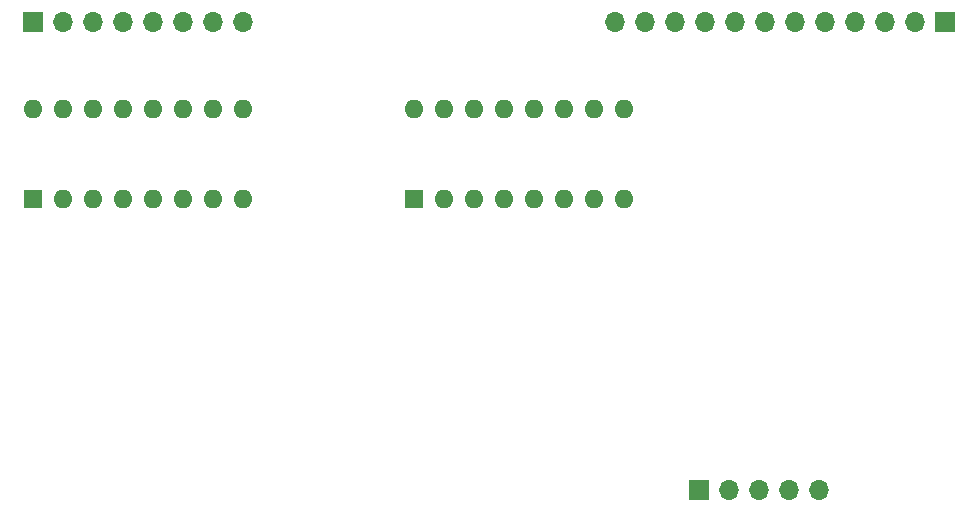
<source format=gbr>
%TF.GenerationSoftware,KiCad,Pcbnew,(5.1.10-1-10_14)*%
%TF.CreationDate,2021-11-15T09:00:54-05:00*%
%TF.ProjectId,FIFO-ram-buffer,4649464f-2d72-4616-9d2d-627566666572,rev?*%
%TF.SameCoordinates,Original*%
%TF.FileFunction,Soldermask,Bot*%
%TF.FilePolarity,Negative*%
%FSLAX46Y46*%
G04 Gerber Fmt 4.6, Leading zero omitted, Abs format (unit mm)*
G04 Created by KiCad (PCBNEW (5.1.10-1-10_14)) date 2021-11-15 09:00:54*
%MOMM*%
%LPD*%
G01*
G04 APERTURE LIST*
%ADD10O,1.700000X1.700000*%
%ADD11R,1.700000X1.700000*%
%ADD12O,1.600000X1.600000*%
%ADD13R,1.600000X1.600000*%
G04 APERTURE END LIST*
D10*
%TO.C,J3*%
X117856000Y-107188000D03*
X120396000Y-107188000D03*
X122936000Y-107188000D03*
X125476000Y-107188000D03*
X128016000Y-107188000D03*
X130556000Y-107188000D03*
X133096000Y-107188000D03*
X135636000Y-107188000D03*
X138176000Y-107188000D03*
X140716000Y-107188000D03*
X143256000Y-107188000D03*
D11*
X145796000Y-107188000D03*
%TD*%
D12*
%TO.C,U7*%
X100838000Y-114554000D03*
X118618000Y-122174000D03*
X103378000Y-114554000D03*
X116078000Y-122174000D03*
X105918000Y-114554000D03*
X113538000Y-122174000D03*
X108458000Y-114554000D03*
X110998000Y-122174000D03*
X110998000Y-114554000D03*
X108458000Y-122174000D03*
X113538000Y-114554000D03*
X105918000Y-122174000D03*
X116078000Y-114554000D03*
X103378000Y-122174000D03*
X118618000Y-114554000D03*
D13*
X100838000Y-122174000D03*
%TD*%
D12*
%TO.C,U5*%
X68580000Y-114554000D03*
X86360000Y-122174000D03*
X71120000Y-114554000D03*
X83820000Y-122174000D03*
X73660000Y-114554000D03*
X81280000Y-122174000D03*
X76200000Y-114554000D03*
X78740000Y-122174000D03*
X78740000Y-114554000D03*
X76200000Y-122174000D03*
X81280000Y-114554000D03*
X73660000Y-122174000D03*
X83820000Y-114554000D03*
X71120000Y-122174000D03*
X86360000Y-114554000D03*
D13*
X68580000Y-122174000D03*
%TD*%
D10*
%TO.C,J2*%
X86360000Y-107188000D03*
X83820000Y-107188000D03*
X81280000Y-107188000D03*
X78740000Y-107188000D03*
X76200000Y-107188000D03*
X73660000Y-107188000D03*
X71120000Y-107188000D03*
D11*
X68580000Y-107188000D03*
%TD*%
D10*
%TO.C,J1*%
X135128000Y-146812000D03*
X132588000Y-146812000D03*
X130048000Y-146812000D03*
X127508000Y-146812000D03*
D11*
X124968000Y-146812000D03*
%TD*%
M02*

</source>
